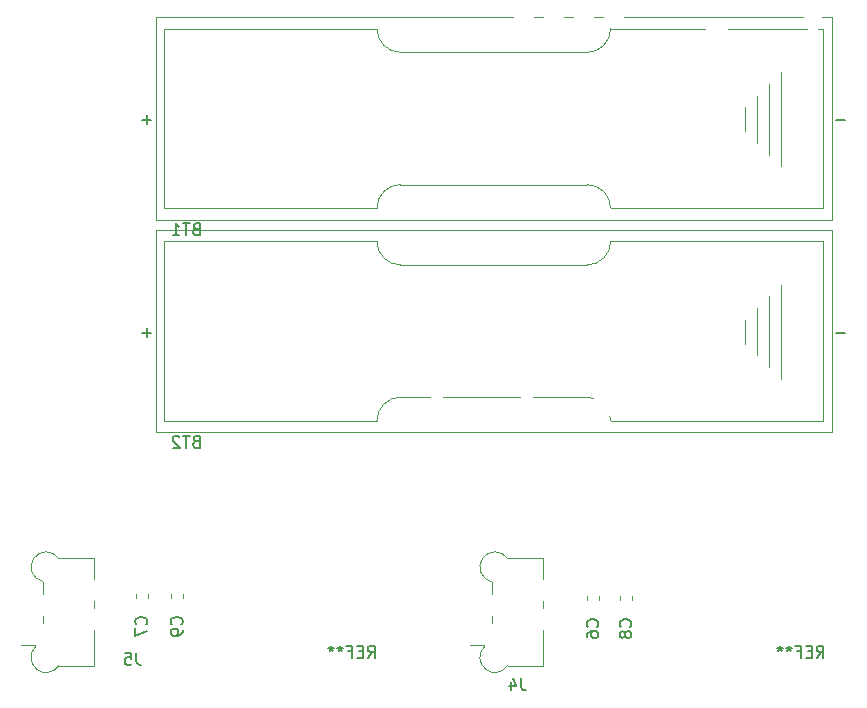
<source format=gbo>
G04 #@! TF.GenerationSoftware,KiCad,Pcbnew,(5.1.7)-1*
G04 #@! TF.CreationDate,2021-06-29T10:57:19+02:00*
G04 #@! TF.ProjectId,TwomesSensor,54776f6d-6573-4536-956e-736f722e6b69,rev?*
G04 #@! TF.SameCoordinates,Original*
G04 #@! TF.FileFunction,Legend,Bot*
G04 #@! TF.FilePolarity,Positive*
%FSLAX46Y46*%
G04 Gerber Fmt 4.6, Leading zero omitted, Abs format (unit mm)*
G04 Created by KiCad (PCBNEW (5.1.7)-1) date 2021-06-29 10:57:19*
%MOMM*%
%LPD*%
G01*
G04 APERTURE LIST*
%ADD10C,0.120000*%
%ADD11C,0.150000*%
%ADD12O,1.700000X1.700000*%
%ADD13R,1.700000X1.700000*%
%ADD14C,2.100000*%
%ADD15C,0.787400*%
%ADD16C,1.900000*%
%ADD17R,2.000000X1.200000*%
%ADD18R,2.000000X2.000000*%
%ADD19C,2.000000*%
%ADD20C,2.640000*%
%ADD21C,1.524000*%
%ADD22O,2.000000X1.600000*%
G04 APERTURE END LIST*
D10*
X94180000Y-107360000D02*
X94180000Y-104330000D01*
X94180000Y-102440000D02*
X94180000Y-101890000D01*
X94180000Y-100000000D02*
X94180000Y-98240000D01*
X94180000Y-98240000D02*
X91150000Y-98240000D01*
X89820000Y-100220000D02*
X89820000Y-101270000D01*
X89820000Y-103160000D02*
X89820000Y-103710000D01*
X89190000Y-105730000D02*
X89190000Y-105600000D01*
X89190000Y-105600000D02*
X88000000Y-105600000D01*
X94180000Y-107360000D02*
X91180000Y-107360000D01*
X91165009Y-107339828D02*
G75*
G02*
X89190000Y-105730000I-1065009J709828D01*
G01*
X89825576Y-100219037D02*
G75*
G02*
X91150000Y-98240000I274424J1249037D01*
G01*
X63710000Y-101562779D02*
X63710000Y-101237221D01*
X62690000Y-101562779D02*
X62690000Y-101237221D01*
X56180000Y-107360000D02*
X56180000Y-104330000D01*
X56180000Y-102440000D02*
X56180000Y-101890000D01*
X56180000Y-100000000D02*
X56180000Y-98240000D01*
X56180000Y-98240000D02*
X53150000Y-98240000D01*
X51820000Y-100220000D02*
X51820000Y-101270000D01*
X51820000Y-103160000D02*
X51820000Y-103710000D01*
X51190000Y-105730000D02*
X51190000Y-105600000D01*
X51190000Y-105600000D02*
X50000000Y-105600000D01*
X56180000Y-107360000D02*
X53180000Y-107360000D01*
X53165009Y-107339828D02*
G75*
G02*
X51190000Y-105730000I-1065009J709828D01*
G01*
X51825576Y-100219037D02*
G75*
G02*
X53150000Y-98240000I274424J1249037D01*
G01*
X101710000Y-101762779D02*
X101710000Y-101437221D01*
X100690000Y-101762779D02*
X100690000Y-101437221D01*
X60710000Y-101562779D02*
X60710000Y-101237221D01*
X59690000Y-101562779D02*
X59690000Y-101237221D01*
X98910000Y-101762779D02*
X98910000Y-101437221D01*
X97890000Y-101762779D02*
X97890000Y-101437221D01*
X97900000Y-55400000D02*
X82100000Y-55400000D01*
X82100000Y-66600000D02*
X97900000Y-66600000D01*
X99900000Y-53400000D02*
X117900000Y-53400000D01*
X99900000Y-68600000D02*
X117900000Y-68600000D01*
X62100000Y-68600000D02*
X80100000Y-68600000D01*
X117900000Y-68600000D02*
X117900000Y-53400000D01*
X62100000Y-53400000D02*
X80100000Y-53400000D01*
X62100000Y-68600000D02*
X62100000Y-53400000D01*
X61380000Y-69565000D02*
X118620000Y-69565000D01*
X61380000Y-52435000D02*
X61380000Y-69565000D01*
X118620000Y-52435000D02*
X61380000Y-52435000D01*
X118620000Y-69565000D02*
X118620000Y-52435000D01*
X111310000Y-62060000D02*
X111310000Y-60060000D01*
X114310000Y-65060000D02*
X114310000Y-57060000D01*
X113310000Y-58060000D02*
X113310000Y-64060000D01*
X112310000Y-63060000D02*
X112310000Y-59060000D01*
X80100000Y-53400000D02*
G75*
G03*
X82100000Y-55400000I2000000J0D01*
G01*
X97900000Y-55400000D02*
G75*
G03*
X99900000Y-53400000I0J2000000D01*
G01*
X99900000Y-68600000D02*
G75*
G03*
X97900000Y-66600000I-2000000J0D01*
G01*
X82100000Y-66600000D02*
G75*
G03*
X80100000Y-68600000I0J-2000000D01*
G01*
X97900000Y-73400000D02*
X82100000Y-73400000D01*
X82100000Y-84600000D02*
X97900000Y-84600000D01*
X99900000Y-71400000D02*
X117900000Y-71400000D01*
X99900000Y-86600000D02*
X117900000Y-86600000D01*
X62100000Y-86600000D02*
X80100000Y-86600000D01*
X117900000Y-86600000D02*
X117900000Y-71400000D01*
X62100000Y-71400000D02*
X80100000Y-71400000D01*
X62100000Y-86600000D02*
X62100000Y-71400000D01*
X61380000Y-87565000D02*
X118620000Y-87565000D01*
X61380000Y-70435000D02*
X61380000Y-87565000D01*
X118620000Y-70435000D02*
X61380000Y-70435000D01*
X118620000Y-87565000D02*
X118620000Y-70435000D01*
X111310000Y-80060000D02*
X111310000Y-78060000D01*
X114310000Y-83060000D02*
X114310000Y-75060000D01*
X113310000Y-76060000D02*
X113310000Y-82060000D01*
X112310000Y-81060000D02*
X112310000Y-77060000D01*
X80100000Y-71400000D02*
G75*
G03*
X82100000Y-73400000I2000000J0D01*
G01*
X97900000Y-73400000D02*
G75*
G03*
X99900000Y-71400000I0J2000000D01*
G01*
X99900000Y-86600000D02*
G75*
G03*
X97900000Y-84600000I-2000000J0D01*
G01*
X82100000Y-84600000D02*
G75*
G03*
X80100000Y-86600000I0J-2000000D01*
G01*
D11*
X79333333Y-106652380D02*
X79666666Y-106176190D01*
X79904761Y-106652380D02*
X79904761Y-105652380D01*
X79523809Y-105652380D01*
X79428571Y-105700000D01*
X79380952Y-105747619D01*
X79333333Y-105842857D01*
X79333333Y-105985714D01*
X79380952Y-106080952D01*
X79428571Y-106128571D01*
X79523809Y-106176190D01*
X79904761Y-106176190D01*
X78904761Y-106128571D02*
X78571428Y-106128571D01*
X78428571Y-106652380D02*
X78904761Y-106652380D01*
X78904761Y-105652380D01*
X78428571Y-105652380D01*
X77666666Y-106128571D02*
X78000000Y-106128571D01*
X78000000Y-106652380D02*
X78000000Y-105652380D01*
X77523809Y-105652380D01*
X77000000Y-105652380D02*
X77000000Y-105890476D01*
X77238095Y-105795238D02*
X77000000Y-105890476D01*
X76761904Y-105795238D01*
X77142857Y-106080952D02*
X77000000Y-105890476D01*
X76857142Y-106080952D01*
X76238095Y-105652380D02*
X76238095Y-105890476D01*
X76476190Y-105795238D02*
X76238095Y-105890476D01*
X76000000Y-105795238D01*
X76380952Y-106080952D02*
X76238095Y-105890476D01*
X76095238Y-106080952D01*
X117333333Y-106652380D02*
X117666666Y-106176190D01*
X117904761Y-106652380D02*
X117904761Y-105652380D01*
X117523809Y-105652380D01*
X117428571Y-105700000D01*
X117380952Y-105747619D01*
X117333333Y-105842857D01*
X117333333Y-105985714D01*
X117380952Y-106080952D01*
X117428571Y-106128571D01*
X117523809Y-106176190D01*
X117904761Y-106176190D01*
X116904761Y-106128571D02*
X116571428Y-106128571D01*
X116428571Y-106652380D02*
X116904761Y-106652380D01*
X116904761Y-105652380D01*
X116428571Y-105652380D01*
X115666666Y-106128571D02*
X116000000Y-106128571D01*
X116000000Y-106652380D02*
X116000000Y-105652380D01*
X115523809Y-105652380D01*
X115000000Y-105652380D02*
X115000000Y-105890476D01*
X115238095Y-105795238D02*
X115000000Y-105890476D01*
X114761904Y-105795238D01*
X115142857Y-106080952D02*
X115000000Y-105890476D01*
X114857142Y-106080952D01*
X114238095Y-105652380D02*
X114238095Y-105890476D01*
X114476190Y-105795238D02*
X114238095Y-105890476D01*
X114000000Y-105795238D01*
X114380952Y-106080952D02*
X114238095Y-105890476D01*
X114095238Y-106080952D01*
X92333333Y-108412380D02*
X92333333Y-109126666D01*
X92380952Y-109269523D01*
X92476190Y-109364761D01*
X92619047Y-109412380D01*
X92714285Y-109412380D01*
X91428571Y-108745714D02*
X91428571Y-109412380D01*
X91666666Y-108364761D02*
X91904761Y-109079047D01*
X91285714Y-109079047D01*
X63557142Y-103833333D02*
X63604761Y-103785714D01*
X63652380Y-103642857D01*
X63652380Y-103547619D01*
X63604761Y-103404761D01*
X63509523Y-103309523D01*
X63414285Y-103261904D01*
X63223809Y-103214285D01*
X63080952Y-103214285D01*
X62890476Y-103261904D01*
X62795238Y-103309523D01*
X62700000Y-103404761D01*
X62652380Y-103547619D01*
X62652380Y-103642857D01*
X62700000Y-103785714D01*
X62747619Y-103833333D01*
X63652380Y-104309523D02*
X63652380Y-104500000D01*
X63604761Y-104595238D01*
X63557142Y-104642857D01*
X63414285Y-104738095D01*
X63223809Y-104785714D01*
X62842857Y-104785714D01*
X62747619Y-104738095D01*
X62700000Y-104690476D01*
X62652380Y-104595238D01*
X62652380Y-104404761D01*
X62700000Y-104309523D01*
X62747619Y-104261904D01*
X62842857Y-104214285D01*
X63080952Y-104214285D01*
X63176190Y-104261904D01*
X63223809Y-104309523D01*
X63271428Y-104404761D01*
X63271428Y-104595238D01*
X63223809Y-104690476D01*
X63176190Y-104738095D01*
X63080952Y-104785714D01*
X59733333Y-106252380D02*
X59733333Y-106966666D01*
X59780952Y-107109523D01*
X59876190Y-107204761D01*
X60019047Y-107252380D01*
X60114285Y-107252380D01*
X58780952Y-106252380D02*
X59257142Y-106252380D01*
X59304761Y-106728571D01*
X59257142Y-106680952D01*
X59161904Y-106633333D01*
X58923809Y-106633333D01*
X58828571Y-106680952D01*
X58780952Y-106728571D01*
X58733333Y-106823809D01*
X58733333Y-107061904D01*
X58780952Y-107157142D01*
X58828571Y-107204761D01*
X58923809Y-107252380D01*
X59161904Y-107252380D01*
X59257142Y-107204761D01*
X59304761Y-107157142D01*
X101557142Y-104033333D02*
X101604761Y-103985714D01*
X101652380Y-103842857D01*
X101652380Y-103747619D01*
X101604761Y-103604761D01*
X101509523Y-103509523D01*
X101414285Y-103461904D01*
X101223809Y-103414285D01*
X101080952Y-103414285D01*
X100890476Y-103461904D01*
X100795238Y-103509523D01*
X100700000Y-103604761D01*
X100652380Y-103747619D01*
X100652380Y-103842857D01*
X100700000Y-103985714D01*
X100747619Y-104033333D01*
X101080952Y-104604761D02*
X101033333Y-104509523D01*
X100985714Y-104461904D01*
X100890476Y-104414285D01*
X100842857Y-104414285D01*
X100747619Y-104461904D01*
X100700000Y-104509523D01*
X100652380Y-104604761D01*
X100652380Y-104795238D01*
X100700000Y-104890476D01*
X100747619Y-104938095D01*
X100842857Y-104985714D01*
X100890476Y-104985714D01*
X100985714Y-104938095D01*
X101033333Y-104890476D01*
X101080952Y-104795238D01*
X101080952Y-104604761D01*
X101128571Y-104509523D01*
X101176190Y-104461904D01*
X101271428Y-104414285D01*
X101461904Y-104414285D01*
X101557142Y-104461904D01*
X101604761Y-104509523D01*
X101652380Y-104604761D01*
X101652380Y-104795238D01*
X101604761Y-104890476D01*
X101557142Y-104938095D01*
X101461904Y-104985714D01*
X101271428Y-104985714D01*
X101176190Y-104938095D01*
X101128571Y-104890476D01*
X101080952Y-104795238D01*
X60557142Y-103833333D02*
X60604761Y-103785714D01*
X60652380Y-103642857D01*
X60652380Y-103547619D01*
X60604761Y-103404761D01*
X60509523Y-103309523D01*
X60414285Y-103261904D01*
X60223809Y-103214285D01*
X60080952Y-103214285D01*
X59890476Y-103261904D01*
X59795238Y-103309523D01*
X59700000Y-103404761D01*
X59652380Y-103547619D01*
X59652380Y-103642857D01*
X59700000Y-103785714D01*
X59747619Y-103833333D01*
X59652380Y-104166666D02*
X59652380Y-104833333D01*
X60652380Y-104404761D01*
X98757142Y-104033333D02*
X98804761Y-103985714D01*
X98852380Y-103842857D01*
X98852380Y-103747619D01*
X98804761Y-103604761D01*
X98709523Y-103509523D01*
X98614285Y-103461904D01*
X98423809Y-103414285D01*
X98280952Y-103414285D01*
X98090476Y-103461904D01*
X97995238Y-103509523D01*
X97900000Y-103604761D01*
X97852380Y-103747619D01*
X97852380Y-103842857D01*
X97900000Y-103985714D01*
X97947619Y-104033333D01*
X97852380Y-104890476D02*
X97852380Y-104700000D01*
X97900000Y-104604761D01*
X97947619Y-104557142D01*
X98090476Y-104461904D01*
X98280952Y-104414285D01*
X98661904Y-104414285D01*
X98757142Y-104461904D01*
X98804761Y-104509523D01*
X98852380Y-104604761D01*
X98852380Y-104795238D01*
X98804761Y-104890476D01*
X98757142Y-104938095D01*
X98661904Y-104985714D01*
X98423809Y-104985714D01*
X98328571Y-104938095D01*
X98280952Y-104890476D01*
X98233333Y-104795238D01*
X98233333Y-104604761D01*
X98280952Y-104509523D01*
X98328571Y-104461904D01*
X98423809Y-104414285D01*
X64765714Y-70348571D02*
X64622857Y-70396190D01*
X64575238Y-70443809D01*
X64527619Y-70539047D01*
X64527619Y-70681904D01*
X64575238Y-70777142D01*
X64622857Y-70824761D01*
X64718095Y-70872380D01*
X65099047Y-70872380D01*
X65099047Y-69872380D01*
X64765714Y-69872380D01*
X64670476Y-69920000D01*
X64622857Y-69967619D01*
X64575238Y-70062857D01*
X64575238Y-70158095D01*
X64622857Y-70253333D01*
X64670476Y-70300952D01*
X64765714Y-70348571D01*
X65099047Y-70348571D01*
X64241904Y-69872380D02*
X63670476Y-69872380D01*
X63956190Y-70872380D02*
X63956190Y-69872380D01*
X62813333Y-70872380D02*
X63384761Y-70872380D01*
X63099047Y-70872380D02*
X63099047Y-69872380D01*
X63194285Y-70015238D01*
X63289523Y-70110476D01*
X63384761Y-70158095D01*
X60980952Y-61131428D02*
X60219047Y-61131428D01*
X60600000Y-61512380D02*
X60600000Y-60750476D01*
X119750952Y-61131428D02*
X118989047Y-61131428D01*
X64765714Y-88348571D02*
X64622857Y-88396190D01*
X64575238Y-88443809D01*
X64527619Y-88539047D01*
X64527619Y-88681904D01*
X64575238Y-88777142D01*
X64622857Y-88824761D01*
X64718095Y-88872380D01*
X65099047Y-88872380D01*
X65099047Y-87872380D01*
X64765714Y-87872380D01*
X64670476Y-87920000D01*
X64622857Y-87967619D01*
X64575238Y-88062857D01*
X64575238Y-88158095D01*
X64622857Y-88253333D01*
X64670476Y-88300952D01*
X64765714Y-88348571D01*
X65099047Y-88348571D01*
X64241904Y-87872380D02*
X63670476Y-87872380D01*
X63956190Y-88872380D02*
X63956190Y-87872380D01*
X63384761Y-87967619D02*
X63337142Y-87920000D01*
X63241904Y-87872380D01*
X63003809Y-87872380D01*
X62908571Y-87920000D01*
X62860952Y-87967619D01*
X62813333Y-88062857D01*
X62813333Y-88158095D01*
X62860952Y-88300952D01*
X63432380Y-88872380D01*
X62813333Y-88872380D01*
X60980952Y-79131428D02*
X60219047Y-79131428D01*
X60600000Y-79512380D02*
X60600000Y-78750476D01*
X119750952Y-79131428D02*
X118989047Y-79131428D01*
%LPC*%
D12*
X92580000Y-52400000D03*
X95120000Y-52400000D03*
X97660000Y-52400000D03*
D13*
X100200000Y-52400000D03*
D14*
X78000000Y-103000000D03*
D15*
X87090000Y-94000000D03*
X88360000Y-94000000D03*
X92170000Y-94000000D03*
X90900000Y-94000000D03*
X89630000Y-94000000D03*
D14*
X116000000Y-103000000D03*
D15*
X112160000Y-94000000D03*
X113430000Y-94000000D03*
X117240000Y-94000000D03*
X115970000Y-94000000D03*
X114700000Y-94000000D03*
D16*
X90100000Y-98970000D03*
X90100000Y-106630000D03*
D17*
X95000000Y-100900000D03*
X95000000Y-103440000D03*
X89000000Y-102170000D03*
X89000000Y-104710000D03*
G36*
G01*
X63456250Y-101050000D02*
X62943750Y-101050000D01*
G75*
G02*
X62725000Y-100831250I0J218750D01*
G01*
X62725000Y-100393750D01*
G75*
G02*
X62943750Y-100175000I218750J0D01*
G01*
X63456250Y-100175000D01*
G75*
G02*
X63675000Y-100393750I0J-218750D01*
G01*
X63675000Y-100831250D01*
G75*
G02*
X63456250Y-101050000I-218750J0D01*
G01*
G37*
G36*
G01*
X63456250Y-102625000D02*
X62943750Y-102625000D01*
G75*
G02*
X62725000Y-102406250I0J218750D01*
G01*
X62725000Y-101968750D01*
G75*
G02*
X62943750Y-101750000I218750J0D01*
G01*
X63456250Y-101750000D01*
G75*
G02*
X63675000Y-101968750I0J-218750D01*
G01*
X63675000Y-102406250D01*
G75*
G02*
X63456250Y-102625000I-218750J0D01*
G01*
G37*
D16*
X52100000Y-98970000D03*
X52100000Y-106630000D03*
D17*
X57000000Y-100900000D03*
X57000000Y-103440000D03*
X51000000Y-102170000D03*
X51000000Y-104710000D03*
G36*
G01*
X101456250Y-101250000D02*
X100943750Y-101250000D01*
G75*
G02*
X100725000Y-101031250I0J218750D01*
G01*
X100725000Y-100593750D01*
G75*
G02*
X100943750Y-100375000I218750J0D01*
G01*
X101456250Y-100375000D01*
G75*
G02*
X101675000Y-100593750I0J-218750D01*
G01*
X101675000Y-101031250D01*
G75*
G02*
X101456250Y-101250000I-218750J0D01*
G01*
G37*
G36*
G01*
X101456250Y-102825000D02*
X100943750Y-102825000D01*
G75*
G02*
X100725000Y-102606250I0J218750D01*
G01*
X100725000Y-102168750D01*
G75*
G02*
X100943750Y-101950000I218750J0D01*
G01*
X101456250Y-101950000D01*
G75*
G02*
X101675000Y-102168750I0J-218750D01*
G01*
X101675000Y-102606250D01*
G75*
G02*
X101456250Y-102825000I-218750J0D01*
G01*
G37*
G36*
G01*
X60456250Y-101050000D02*
X59943750Y-101050000D01*
G75*
G02*
X59725000Y-100831250I0J218750D01*
G01*
X59725000Y-100393750D01*
G75*
G02*
X59943750Y-100175000I218750J0D01*
G01*
X60456250Y-100175000D01*
G75*
G02*
X60675000Y-100393750I0J-218750D01*
G01*
X60675000Y-100831250D01*
G75*
G02*
X60456250Y-101050000I-218750J0D01*
G01*
G37*
G36*
G01*
X60456250Y-102625000D02*
X59943750Y-102625000D01*
G75*
G02*
X59725000Y-102406250I0J218750D01*
G01*
X59725000Y-101968750D01*
G75*
G02*
X59943750Y-101750000I218750J0D01*
G01*
X60456250Y-101750000D01*
G75*
G02*
X60675000Y-101968750I0J-218750D01*
G01*
X60675000Y-102406250D01*
G75*
G02*
X60456250Y-102625000I-218750J0D01*
G01*
G37*
G36*
G01*
X98656250Y-101250000D02*
X98143750Y-101250000D01*
G75*
G02*
X97925000Y-101031250I0J218750D01*
G01*
X97925000Y-100593750D01*
G75*
G02*
X98143750Y-100375000I218750J0D01*
G01*
X98656250Y-100375000D01*
G75*
G02*
X98875000Y-100593750I0J-218750D01*
G01*
X98875000Y-101031250D01*
G75*
G02*
X98656250Y-101250000I-218750J0D01*
G01*
G37*
G36*
G01*
X98656250Y-102825000D02*
X98143750Y-102825000D01*
G75*
G02*
X97925000Y-102606250I0J218750D01*
G01*
X97925000Y-102168750D01*
G75*
G02*
X98143750Y-101950000I218750J0D01*
G01*
X98656250Y-101950000D01*
G75*
G02*
X98875000Y-102168750I0J-218750D01*
G01*
X98875000Y-102606250D01*
G75*
G02*
X98656250Y-102825000I-218750J0D01*
G01*
G37*
D15*
X51400000Y-94000000D03*
X52670000Y-94000000D03*
X53940000Y-94000000D03*
X50130000Y-94000000D03*
X48860000Y-94000000D03*
X76470000Y-94000000D03*
X77740000Y-94000000D03*
X79010000Y-94000000D03*
X75200000Y-94000000D03*
X73930000Y-94000000D03*
X89500000Y-92000000D03*
X90770000Y-92000000D03*
X92040000Y-92000000D03*
X88230000Y-92000000D03*
X86960000Y-92000000D03*
X112160000Y-92000000D03*
X113430000Y-92000000D03*
X117240000Y-92000000D03*
X115970000Y-92000000D03*
X114700000Y-92000000D03*
X48730000Y-92000000D03*
X50000000Y-92000000D03*
X53810000Y-92000000D03*
X52540000Y-92000000D03*
X51270000Y-92000000D03*
X76470000Y-92000000D03*
X77740000Y-92000000D03*
X79010000Y-92000000D03*
X75200000Y-92000000D03*
X73930000Y-92000000D03*
D12*
X93780000Y-46200000D03*
X96320000Y-46200000D03*
X98860000Y-46200000D03*
D13*
X101400000Y-46200000D03*
D18*
X64000000Y-61000000D03*
D19*
X115990000Y-61000000D03*
D20*
X113230000Y-55005000D03*
X66750000Y-66995000D03*
D21*
X56100000Y-86550000D03*
X56100000Y-75050000D03*
D22*
X108860000Y-41000000D03*
X108860000Y-43540000D03*
X108860000Y-46080000D03*
X108860000Y-48620000D03*
X108860000Y-51160000D03*
X108860000Y-53700000D03*
X108860000Y-56240000D03*
X108860000Y-58780000D03*
X86000000Y-58780000D03*
X86000000Y-56240000D03*
X86000000Y-53700000D03*
X86000000Y-51160000D03*
X86000000Y-48620000D03*
X86000000Y-46080000D03*
D18*
X86000000Y-41000000D03*
D22*
X86000000Y-43540000D03*
D16*
X106830000Y-85400000D03*
X99170000Y-85400000D03*
X92830000Y-85400000D03*
X85170000Y-85400000D03*
D12*
X117000000Y-55300000D03*
X117000000Y-52760000D03*
X117000000Y-50220000D03*
X117000000Y-47680000D03*
X117000000Y-45140000D03*
D13*
X117000000Y-42600000D03*
D18*
X64000000Y-79000000D03*
D19*
X115990000Y-79000000D03*
D20*
X113230000Y-73005000D03*
X66750000Y-84995000D03*
M02*

</source>
